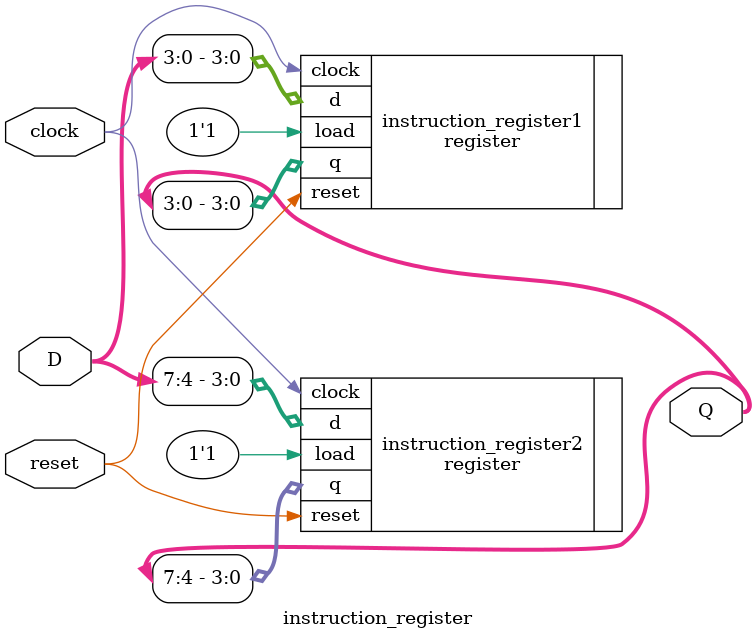
<source format=v>
module instruction_register(
    input  reset,
    input  clock,
    input  [7:0] D,
    output [7:0] Q
);

    register instruction_register1(
        .reset(reset),
        .clock(clock),
        .load(1'b1),
        .d(D[3:0]),
        .q(Q[3:0])
    );

    register instruction_register2(
        .reset(reset),
        .clock(clock),
        .load(1'b1),
        .d(D[7:4]),
        .q(Q[7:4])
    );

endmodule
</source>
